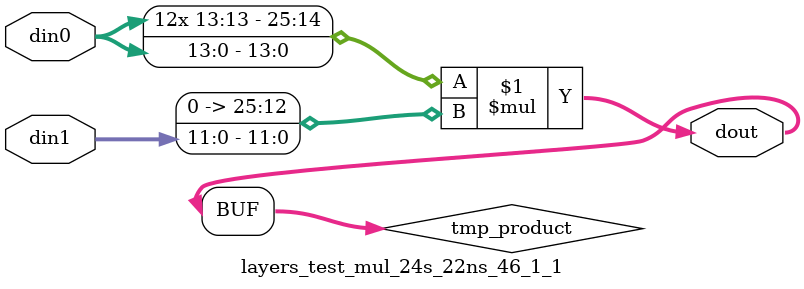
<source format=v>

`timescale 1 ns / 1 ps

 module layers_test_mul_24s_22ns_46_1_1(din0, din1, dout);
parameter ID = 1;
parameter NUM_STAGE = 0;
parameter din0_WIDTH = 14;
parameter din1_WIDTH = 12;
parameter dout_WIDTH = 26;

input [din0_WIDTH - 1 : 0] din0; 
input [din1_WIDTH - 1 : 0] din1; 
output [dout_WIDTH - 1 : 0] dout;

wire signed [dout_WIDTH - 1 : 0] tmp_product;


























assign tmp_product = $signed(din0) * $signed({1'b0, din1});









assign dout = tmp_product;





















endmodule

</source>
